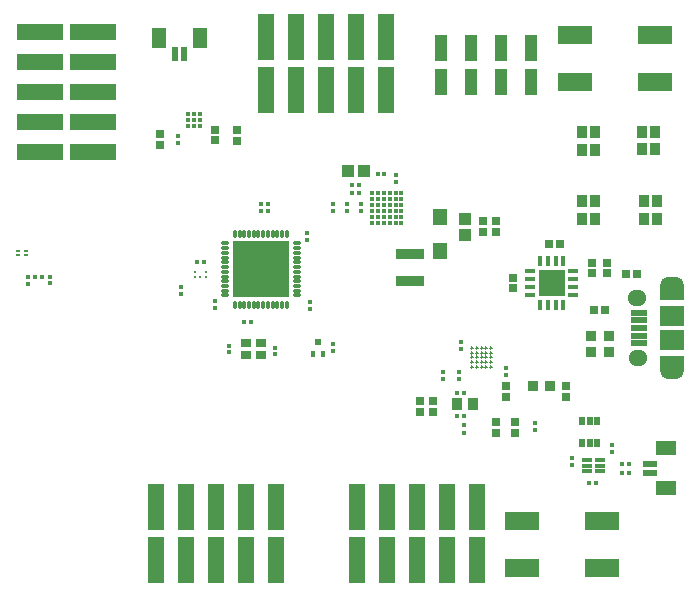
<source format=gts>
G04 Layer_Color=8388736*
%FSLAX25Y25*%
%MOIN*%
G70*
G01*
G75*
%ADD76R,0.01181X0.00984*%
%ADD87R,0.01817X0.02369*%
%ADD88R,0.01975X0.02369*%
%ADD89R,0.01654X0.01654*%
%ADD90R,0.02369X0.04731*%
%ADD91R,0.05124X0.07093*%
%ADD92R,0.05400X0.15400*%
%ADD93R,0.15400X0.05400*%
%ADD94R,0.03943X0.04337*%
%ADD95C,0.01437*%
%ADD96R,0.01772X0.01575*%
%ADD97R,0.01654X0.01654*%
%ADD98R,0.03195X0.04022*%
%ADD99R,0.01575X0.01772*%
%ADD100R,0.02762X0.02920*%
%ADD101C,0.01260*%
%ADD102R,0.04731X0.02369*%
%ADD103R,0.07093X0.05124*%
%ADD104R,0.03353X0.02959*%
%ADD105R,0.02920X0.02762*%
%ADD106R,0.07880X0.05124*%
%ADD107R,0.05715X0.01975*%
%ADD108R,0.07880X0.06699*%
%ADD109R,0.01581X0.03235*%
%ADD110R,0.03235X0.01581*%
%ADD111R,0.08668X0.08668*%
%ADD112C,0.01476*%
%ADD113R,0.03740X0.01496*%
%ADD114R,0.03347X0.01496*%
%ADD115R,0.11227X0.05912*%
%ADD116R,0.03550X0.03550*%
%ADD117R,0.02565X0.02762*%
G04:AMPARAMS|DCode=118|XSize=12.94mil|YSize=12.94mil|CornerRadius=6.47mil|HoleSize=0mil|Usage=FLASHONLY|Rotation=0.000|XOffset=0mil|YOffset=0mil|HoleType=Round|Shape=RoundedRectangle|*
%AMROUNDEDRECTD118*
21,1,0.01294,0.00000,0,0,0.0*
21,1,0.00000,0.01294,0,0,0.0*
1,1,0.01294,0.00000,0.00000*
1,1,0.01294,0.00000,0.00000*
1,1,0.01294,0.00000,0.00000*
1,1,0.01294,0.00000,0.00000*
%
%ADD118ROUNDEDRECTD118*%
%ADD119R,0.09455X0.03747*%
%ADD120R,0.05124X0.05321*%
%ADD121R,0.04337X0.03943*%
%ADD122R,0.01975X0.02998*%
%ADD123O,0.02959X0.01187*%
%ADD124O,0.01187X0.02959*%
%ADD125R,0.18904X0.18904*%
%ADD126R,0.03550X0.04337*%
%ADD127R,0.04416X0.09022*%
%ADD128O,0.06306X0.05321*%
%ADD129O,0.07880X0.05223*%
%ADD130C,0.00598*%
D76*
X8782Y115307D02*
D03*
Y116685D02*
D03*
X6419D02*
D03*
Y115307D02*
D03*
D87*
X104625Y82231D02*
D03*
X107775D02*
D03*
D88*
X106200Y86168D02*
D03*
D89*
X128402Y142300D02*
D03*
X126198D02*
D03*
X117676Y135784D02*
D03*
X119881D02*
D03*
X154802Y69323D02*
D03*
X152598D02*
D03*
X65898Y112800D02*
D03*
X68102D02*
D03*
X83802Y92900D02*
D03*
X81598D02*
D03*
X209902Y42573D02*
D03*
X207698D02*
D03*
X117676Y138484D02*
D03*
X119881D02*
D03*
D90*
X58525Y182100D02*
D03*
X61675D02*
D03*
D91*
X66793Y187612D02*
D03*
X53407D02*
D03*
D92*
X92400Y31150D02*
D03*
Y13650D02*
D03*
X82400Y31150D02*
D03*
Y13650D02*
D03*
X72400Y31150D02*
D03*
Y13650D02*
D03*
X62400Y31150D02*
D03*
Y13650D02*
D03*
X52400Y31150D02*
D03*
Y13650D02*
D03*
X159400Y31150D02*
D03*
Y13650D02*
D03*
X149400Y31150D02*
D03*
Y13650D02*
D03*
X139400Y31150D02*
D03*
Y13650D02*
D03*
X129400Y31150D02*
D03*
Y13650D02*
D03*
X119400Y31150D02*
D03*
Y13650D02*
D03*
X89000Y170250D02*
D03*
Y187750D02*
D03*
X99000Y170250D02*
D03*
Y187750D02*
D03*
X109000Y170250D02*
D03*
Y187750D02*
D03*
X119000Y170250D02*
D03*
Y187750D02*
D03*
X129000Y170250D02*
D03*
Y187750D02*
D03*
D93*
X31150Y149500D02*
D03*
X13650D02*
D03*
X31150Y159500D02*
D03*
X13650D02*
D03*
X31150Y169500D02*
D03*
X13650D02*
D03*
X31150Y179500D02*
D03*
X13650D02*
D03*
X31150Y189500D02*
D03*
X13650D02*
D03*
D94*
X116121Y143284D02*
D03*
X121436D02*
D03*
D95*
X134100Y125963D02*
D03*
X132132D02*
D03*
X130163D02*
D03*
X128194D02*
D03*
X126226D02*
D03*
X124258D02*
D03*
X134100Y127931D02*
D03*
X132132D02*
D03*
X130163D02*
D03*
X128194D02*
D03*
X126226D02*
D03*
X124258D02*
D03*
X134100Y129900D02*
D03*
X132132D02*
D03*
X130163D02*
D03*
X128194D02*
D03*
X126226D02*
D03*
X124258D02*
D03*
X134100Y131869D02*
D03*
X132132D02*
D03*
X130163D02*
D03*
X128194D02*
D03*
X126226D02*
D03*
X124258D02*
D03*
X134100Y133837D02*
D03*
X132132D02*
D03*
X130163D02*
D03*
X128194D02*
D03*
X126226D02*
D03*
X124258D02*
D03*
X134100Y135805D02*
D03*
X132132D02*
D03*
X130163D02*
D03*
X128194D02*
D03*
X126226D02*
D03*
X124258D02*
D03*
D96*
X132200Y139619D02*
D03*
Y141981D02*
D03*
X111179Y129803D02*
D03*
Y132165D02*
D03*
X153200Y73761D02*
D03*
Y76123D02*
D03*
X147900Y76204D02*
D03*
Y73842D02*
D03*
X168900Y75323D02*
D03*
Y77685D02*
D03*
X155000Y56042D02*
D03*
Y58404D02*
D03*
X190800Y47435D02*
D03*
Y45073D02*
D03*
X204300Y51935D02*
D03*
Y49573D02*
D03*
X154100Y83742D02*
D03*
Y86104D02*
D03*
X59500Y152419D02*
D03*
Y154781D02*
D03*
X178500Y56719D02*
D03*
Y59081D02*
D03*
X111200Y83119D02*
D03*
Y85481D02*
D03*
X87200Y129819D02*
D03*
Y132181D02*
D03*
X89700Y129819D02*
D03*
Y132181D02*
D03*
D97*
X115779Y129982D02*
D03*
Y132187D02*
D03*
X76700Y85002D02*
D03*
Y82798D02*
D03*
X91900Y82098D02*
D03*
Y84302D02*
D03*
X72000Y97698D02*
D03*
Y99902D02*
D03*
X103700Y97298D02*
D03*
Y99502D02*
D03*
X60700Y102298D02*
D03*
Y104502D02*
D03*
X120479Y132087D02*
D03*
Y129882D02*
D03*
X102500Y122402D02*
D03*
Y120198D02*
D03*
X9600Y105695D02*
D03*
Y107900D02*
D03*
X17000Y105795D02*
D03*
Y108000D02*
D03*
D98*
X152544Y65423D02*
D03*
X158056D02*
D03*
D99*
X198981Y39073D02*
D03*
X196619D02*
D03*
X207619Y45573D02*
D03*
X209981D02*
D03*
X154881Y61423D02*
D03*
X152519D02*
D03*
X14381Y107998D02*
D03*
X12019D02*
D03*
D100*
X183389Y118873D02*
D03*
X187011D02*
D03*
X202011Y96873D02*
D03*
X198389D02*
D03*
D101*
X69068Y109487D02*
D03*
X65131D02*
D03*
X69068Y107913D02*
D03*
X67100D02*
D03*
X65131D02*
D03*
D102*
X216800Y45648D02*
D03*
Y42498D02*
D03*
D103*
X222312Y37380D02*
D03*
Y50766D02*
D03*
D104*
X82141Y81932D02*
D03*
X87259D02*
D03*
X82141Y85869D02*
D03*
X87259D02*
D03*
D105*
X171200Y104062D02*
D03*
Y107684D02*
D03*
X197700Y112684D02*
D03*
Y109062D02*
D03*
X202700Y112684D02*
D03*
Y109062D02*
D03*
X140400Y62912D02*
D03*
Y66534D02*
D03*
X144700Y62912D02*
D03*
Y66534D02*
D03*
X188800Y67912D02*
D03*
Y71534D02*
D03*
X169100Y67812D02*
D03*
Y71434D02*
D03*
X165500Y55962D02*
D03*
Y59584D02*
D03*
X172100Y55962D02*
D03*
Y59584D02*
D03*
X165700Y122889D02*
D03*
Y126511D02*
D03*
X161200Y122889D02*
D03*
Y126511D02*
D03*
X72000Y153389D02*
D03*
Y157011D02*
D03*
X79300Y153289D02*
D03*
Y156911D02*
D03*
X53500Y151889D02*
D03*
Y155511D02*
D03*
D106*
X224200Y102684D02*
D03*
X224200Y79062D02*
D03*
D107*
X213174Y85755D02*
D03*
X213174Y88314D02*
D03*
Y90873D02*
D03*
Y93432D02*
D03*
Y95991D02*
D03*
D108*
X224200Y95007D02*
D03*
Y86739D02*
D03*
D109*
X180361Y113058D02*
D03*
X182921D02*
D03*
X185479D02*
D03*
X188039D02*
D03*
Y98688D02*
D03*
X185479D02*
D03*
X182921D02*
D03*
X180361D02*
D03*
D110*
X191385Y109712D02*
D03*
Y107153D02*
D03*
Y104594D02*
D03*
Y102035D02*
D03*
X177015D02*
D03*
Y104594D02*
D03*
Y107153D02*
D03*
Y109712D02*
D03*
D111*
X184200Y105873D02*
D03*
D112*
X64900Y162268D02*
D03*
X62931D02*
D03*
Y160300D02*
D03*
X64900D02*
D03*
X62931Y158332D02*
D03*
X64900D02*
D03*
X66868Y162268D02*
D03*
Y160300D02*
D03*
Y158332D02*
D03*
D113*
X195997Y47010D02*
D03*
D114*
X195800Y45042D02*
D03*
Y43073D02*
D03*
X200327Y47010D02*
D03*
Y45042D02*
D03*
Y43073D02*
D03*
D115*
X200787Y10726D02*
D03*
Y26474D02*
D03*
X174213Y10726D02*
D03*
Y26474D02*
D03*
X191913Y188474D02*
D03*
Y172726D02*
D03*
X218487Y188474D02*
D03*
Y172726D02*
D03*
D116*
X197247Y88373D02*
D03*
X203153D02*
D03*
X197247Y82873D02*
D03*
X203153D02*
D03*
X183753Y71523D02*
D03*
X177847D02*
D03*
D117*
X212570Y108873D02*
D03*
X208830D02*
D03*
D118*
X157676Y82698D02*
D03*
Y84272D02*
D03*
X159250D02*
D03*
Y82698D02*
D03*
X160825D02*
D03*
X157676Y81123D02*
D03*
X160825D02*
D03*
X157676Y79548D02*
D03*
Y77973D02*
D03*
X159250Y81123D02*
D03*
Y79548D02*
D03*
X160825D02*
D03*
X159250Y77973D02*
D03*
X160825D02*
D03*
X162400Y84272D02*
D03*
X160825D02*
D03*
X162400Y81123D02*
D03*
Y82698D02*
D03*
X163975Y84272D02*
D03*
Y81123D02*
D03*
Y82698D02*
D03*
X162400Y79548D02*
D03*
Y77973D02*
D03*
X163975Y79548D02*
D03*
Y77973D02*
D03*
D119*
X136779Y106557D02*
D03*
Y115612D02*
D03*
D120*
X146979Y127893D02*
D03*
Y116476D02*
D03*
D121*
X155400Y122043D02*
D03*
Y127357D02*
D03*
D122*
X194241Y52431D02*
D03*
X196800D02*
D03*
X199359D02*
D03*
Y59715D02*
D03*
X196800D02*
D03*
X194241D02*
D03*
D123*
X99110Y101739D02*
D03*
Y103313D02*
D03*
Y104888D02*
D03*
Y106463D02*
D03*
Y108038D02*
D03*
Y109613D02*
D03*
Y111187D02*
D03*
Y112762D02*
D03*
Y114337D02*
D03*
Y115912D02*
D03*
Y117487D02*
D03*
Y119061D02*
D03*
X75291D02*
D03*
Y117487D02*
D03*
Y115912D02*
D03*
Y114337D02*
D03*
Y112762D02*
D03*
Y111187D02*
D03*
Y109613D02*
D03*
Y108038D02*
D03*
Y106463D02*
D03*
Y104888D02*
D03*
Y103313D02*
D03*
Y101739D02*
D03*
D124*
X95861Y122309D02*
D03*
X94287D02*
D03*
X92712D02*
D03*
X91137D02*
D03*
X89562D02*
D03*
X87987D02*
D03*
X86413D02*
D03*
X84838D02*
D03*
X83263D02*
D03*
X81688D02*
D03*
X80113D02*
D03*
X78539D02*
D03*
Y98491D02*
D03*
X80113D02*
D03*
X81688D02*
D03*
X83263D02*
D03*
X84838D02*
D03*
X86413D02*
D03*
X87987D02*
D03*
X89562D02*
D03*
X91137D02*
D03*
X92712D02*
D03*
X94287D02*
D03*
X95861D02*
D03*
D125*
X87200Y110400D02*
D03*
D126*
X198665Y133253D02*
D03*
X198665Y127347D02*
D03*
X194335Y127347D02*
D03*
X194335Y133253D02*
D03*
X219165Y133253D02*
D03*
X219165Y127347D02*
D03*
X214835Y127347D02*
D03*
X214835Y133253D02*
D03*
X198665Y156253D02*
D03*
X198665Y150347D02*
D03*
X194335Y150347D02*
D03*
X194335Y156253D02*
D03*
X218665Y156353D02*
D03*
X218665Y150447D02*
D03*
X214335Y150447D02*
D03*
X214335Y156353D02*
D03*
D127*
X167200Y172832D02*
D03*
Y184368D02*
D03*
X157200D02*
D03*
Y172832D02*
D03*
X147200Y184368D02*
D03*
Y172832D02*
D03*
X177200D02*
D03*
Y184368D02*
D03*
D128*
X212586Y100716D02*
D03*
X212783Y81031D02*
D03*
D129*
X224198Y105046D02*
D03*
X224200Y76700D02*
D03*
D130*
X94287Y103313D02*
D03*
X89562D02*
D03*
X84838D02*
D03*
X80113D02*
D03*
X94287Y108038D02*
D03*
X89562D02*
D03*
X84838D02*
D03*
X80113D02*
D03*
X94287Y112762D02*
D03*
X89562D02*
D03*
X84838D02*
D03*
X80113D02*
D03*
X94287Y117487D02*
D03*
X89562D02*
D03*
X84838D02*
D03*
X80113D02*
D03*
M02*

</source>
